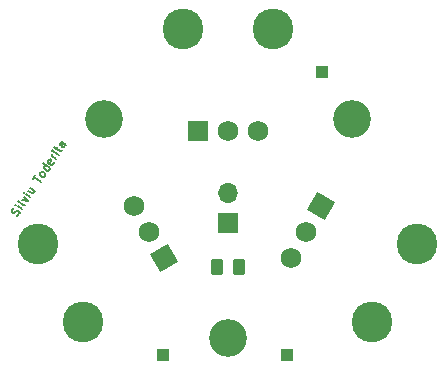
<source format=gts>
G04 #@! TF.GenerationSoftware,KiCad,Pcbnew,(6.0.7-1)-1*
G04 #@! TF.CreationDate,2022-12-01T13:28:40-08:00*
G04 #@! TF.ProjectId,can-hub-pcb,63616e2d-6875-4622-9d70-63622e6b6963,rev?*
G04 #@! TF.SameCoordinates,Original*
G04 #@! TF.FileFunction,Soldermask,Top*
G04 #@! TF.FilePolarity,Negative*
%FSLAX46Y46*%
G04 Gerber Fmt 4.6, Leading zero omitted, Abs format (unit mm)*
G04 Created by KiCad (PCBNEW (6.0.7-1)-1) date 2022-12-01 13:28:40*
%MOMM*%
%LPD*%
G01*
G04 APERTURE LIST*
G04 Aperture macros list*
%AMRoundRect*
0 Rectangle with rounded corners*
0 $1 Rounding radius*
0 $2 $3 $4 $5 $6 $7 $8 $9 X,Y pos of 4 corners*
0 Add a 4 corners polygon primitive as box body*
4,1,4,$2,$3,$4,$5,$6,$7,$8,$9,$2,$3,0*
0 Add four circle primitives for the rounded corners*
1,1,$1+$1,$2,$3*
1,1,$1+$1,$4,$5*
1,1,$1+$1,$6,$7*
1,1,$1+$1,$8,$9*
0 Add four rect primitives between the rounded corners*
20,1,$1+$1,$2,$3,$4,$5,0*
20,1,$1+$1,$4,$5,$6,$7,0*
20,1,$1+$1,$6,$7,$8,$9,0*
20,1,$1+$1,$8,$9,$2,$3,0*%
%AMRotRect*
0 Rectangle, with rotation*
0 The origin of the aperture is its center*
0 $1 length*
0 $2 width*
0 $3 Rotation angle, in degrees counterclockwise*
0 Add horizontal line*
21,1,$1,$2,0,0,$3*%
G04 Aperture macros list end*
%ADD10C,0.150000*%
%ADD11R,1.700000X1.700000*%
%ADD12O,1.700000X1.700000*%
%ADD13RoundRect,0.250000X0.262500X0.450000X-0.262500X0.450000X-0.262500X-0.450000X0.262500X-0.450000X0*%
%ADD14R,1.000000X1.000000*%
%ADD15C,3.450000*%
%ADD16R,1.755000X1.755000*%
%ADD17C,1.755000*%
%ADD18C,3.200000*%
%ADD19RotRect,1.755000X1.755000X60.000000*%
%ADD20RotRect,1.755000X1.755000X300.000000*%
G04 APERTURE END LIST*
D10*
X139684519Y-100198242D02*
X139768073Y-100133978D01*
X139861272Y-99995805D01*
X139870917Y-99921896D01*
X139861922Y-99875622D01*
X139825293Y-99810708D01*
X139770024Y-99773428D01*
X139696115Y-99763783D01*
X139649840Y-99772778D01*
X139584926Y-99809407D01*
X139482733Y-99901306D01*
X139417819Y-99937935D01*
X139371544Y-99946930D01*
X139297635Y-99937285D01*
X139242366Y-99900006D01*
X139205737Y-99835092D01*
X139196742Y-99788817D01*
X139206387Y-99714908D01*
X139299586Y-99576735D01*
X139383140Y-99512471D01*
X140103589Y-99636555D02*
X139716705Y-99375599D01*
X139523263Y-99245120D02*
X139532258Y-99291395D01*
X139578532Y-99282400D01*
X139569537Y-99236126D01*
X139523263Y-99245120D01*
X139578532Y-99282400D01*
X140345906Y-99277306D02*
X140280992Y-99313935D01*
X140207083Y-99304290D01*
X139709660Y-98968774D01*
X140070860Y-98850542D02*
X140550943Y-98973325D01*
X140257258Y-98574196D01*
X140793260Y-98614076D02*
X140406376Y-98353119D01*
X140212934Y-98222641D02*
X140221929Y-98268915D01*
X140268203Y-98259920D01*
X140259208Y-98213646D01*
X140212934Y-98222641D01*
X140268203Y-98259920D01*
X140760532Y-97828062D02*
X141147416Y-98089019D01*
X140592774Y-98076773D02*
X140896754Y-98281811D01*
X140970663Y-98291456D01*
X141035577Y-98254826D01*
X141091497Y-98171922D01*
X141101142Y-98098013D01*
X141092147Y-98051739D01*
X140995804Y-97061988D02*
X141219481Y-96730373D01*
X141687969Y-97287616D02*
X141107643Y-96896181D01*
X141986205Y-96845462D02*
X141921291Y-96882092D01*
X141875017Y-96891086D01*
X141801108Y-96881442D01*
X141635300Y-96769603D01*
X141598671Y-96704689D01*
X141589676Y-96658414D01*
X141599321Y-96584506D01*
X141655240Y-96501602D01*
X141720154Y-96464972D01*
X141766429Y-96455978D01*
X141840338Y-96465622D01*
X142006145Y-96577461D01*
X142042775Y-96642375D01*
X142051769Y-96688650D01*
X142042125Y-96762558D01*
X141986205Y-96845462D01*
X142452199Y-96154598D02*
X141871873Y-95763163D01*
X142424565Y-96135958D02*
X142414920Y-96209867D01*
X142340361Y-96320405D01*
X142275447Y-96357035D01*
X142229172Y-96366029D01*
X142155263Y-96356384D01*
X141989456Y-96244546D01*
X141952826Y-96179632D01*
X141943832Y-96133357D01*
X141953477Y-96059448D01*
X142028036Y-95948910D01*
X142092950Y-95912281D01*
X142760080Y-95638535D02*
X142750436Y-95712444D01*
X142675876Y-95822983D01*
X142610962Y-95859612D01*
X142537053Y-95849967D01*
X142315977Y-95700849D01*
X142279347Y-95635935D01*
X142288992Y-95562026D01*
X142363551Y-95451488D01*
X142428465Y-95414858D01*
X142502374Y-95424503D01*
X142557644Y-95461783D01*
X142426515Y-95775408D01*
X142974113Y-95380829D02*
X142587228Y-95119872D01*
X142697767Y-95194432D02*
X142661137Y-95129517D01*
X142652143Y-95083243D01*
X142661788Y-95009334D01*
X142699067Y-94954065D01*
X143216430Y-95021580D02*
X142829545Y-94760623D01*
X142636103Y-94630145D02*
X142645098Y-94676419D01*
X142691372Y-94667424D01*
X142682378Y-94621150D01*
X142636103Y-94630145D01*
X142691372Y-94667424D01*
X142960024Y-94567181D02*
X143109142Y-94346104D01*
X142822501Y-94353799D02*
X143319923Y-94689314D01*
X143393832Y-94698959D01*
X143458747Y-94662330D01*
X143496026Y-94607061D01*
X143794262Y-94164907D02*
X143490282Y-93959870D01*
X143416373Y-93950225D01*
X143351459Y-93986854D01*
X143276900Y-94097393D01*
X143267255Y-94171302D01*
X143766628Y-94146268D02*
X143756983Y-94220177D01*
X143663784Y-94358350D01*
X143598870Y-94394979D01*
X143524961Y-94385334D01*
X143469692Y-94348054D01*
X143433062Y-94283140D01*
X143442707Y-94209231D01*
X143535906Y-94071058D01*
X143545551Y-93997150D01*
D11*
X157500000Y-100775000D03*
D12*
X157500000Y-98235000D03*
D13*
X158412500Y-104500000D03*
X156587500Y-104500000D03*
D14*
X152000000Y-112000000D03*
D15*
X161310000Y-84366000D03*
X153690000Y-84366000D03*
D16*
X154960000Y-93006000D03*
D17*
X157500000Y-93006000D03*
X160040000Y-93006000D03*
D18*
X157500000Y-110500000D03*
D15*
X169724459Y-109211261D03*
X173534459Y-102612148D03*
D19*
X165417000Y-99392000D03*
D17*
X164147000Y-101591705D03*
X162877000Y-103791409D03*
D15*
X145275541Y-109210852D03*
X141465541Y-102611739D03*
D20*
X152123000Y-103791000D03*
D17*
X150853000Y-101591295D03*
X149583000Y-99391591D03*
D14*
X165500000Y-88000000D03*
X162500000Y-112000000D03*
D18*
X168000000Y-92000000D03*
X147000000Y-92000000D03*
M02*

</source>
